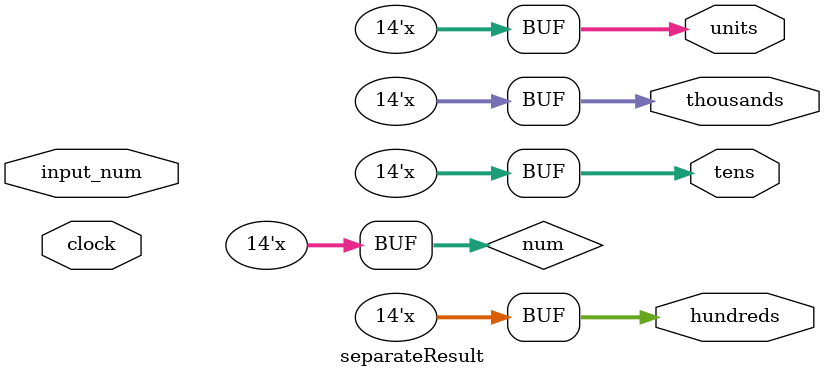
<source format=v>
`timescale 1ns / 1ps

//(digit_final, units_final, tens_final, hundreds_final, thousands_final
module separateResult(
input clock,
input[13:0] input_num,
output reg[13:0] units, tens , hundreds, thousands 
    );
    
reg[13:0] num;

/*initial begin
    units = 0; 
    tens = 0; 
    hundreds = 0; 
    thousands = 0;
end
*/
    always@(clock) begin
    
    
        num <= input_num;
        
        units = num %10;
        num = num / 10;
        tens = num %10;
        num = num / 10;
        hundreds = num %10;
        num = num / 10;
        thousands = num ;
        /*
            if(num < 10) units = num;
            
            
            else if (num < 100) begin 
                units = num %10;
                num = num / 10;
                tens = num;
            end
            
            else if (num < 1000) begin 
                units = num %10;
                num = num / 10;
                tens = num%10;
                num = num / 10;
                hundreds = num;
            end
            
            else begin 
                units = num %10;
                num = num / 10;
                tens = num %10;
                num = num / 10;
                hundreds = num %10;
                num = num / 10;
                thousands = num ;
            end
        
    
        */
        
        end
endmodule
</source>
